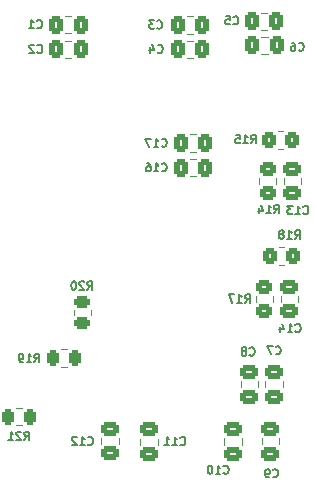
<source format=gbo>
G04 #@! TF.GenerationSoftware,KiCad,Pcbnew,(6.0.6)*
G04 #@! TF.CreationDate,2022-08-29T16:13:27+02:00*
G04 #@! TF.ProjectId,adc-fiber-interface-board-six-channels,6164632d-6669-4626-9572-2d696e746572,rev?*
G04 #@! TF.SameCoordinates,Original*
G04 #@! TF.FileFunction,Legend,Bot*
G04 #@! TF.FilePolarity,Positive*
%FSLAX46Y46*%
G04 Gerber Fmt 4.6, Leading zero omitted, Abs format (unit mm)*
G04 Created by KiCad (PCBNEW (6.0.6)) date 2022-08-29 16:13:27*
%MOMM*%
%LPD*%
G01*
G04 APERTURE LIST*
G04 Aperture macros list*
%AMRoundRect*
0 Rectangle with rounded corners*
0 $1 Rounding radius*
0 $2 $3 $4 $5 $6 $7 $8 $9 X,Y pos of 4 corners*
0 Add a 4 corners polygon primitive as box body*
4,1,4,$2,$3,$4,$5,$6,$7,$8,$9,$2,$3,0*
0 Add four circle primitives for the rounded corners*
1,1,$1+$1,$2,$3*
1,1,$1+$1,$4,$5*
1,1,$1+$1,$6,$7*
1,1,$1+$1,$8,$9*
0 Add four rect primitives between the rounded corners*
20,1,$1+$1,$2,$3,$4,$5,0*
20,1,$1+$1,$4,$5,$6,$7,0*
20,1,$1+$1,$6,$7,$8,$9,0*
20,1,$1+$1,$8,$9,$2,$3,0*%
G04 Aperture macros list end*
%ADD10C,0.150000*%
%ADD11C,0.120000*%
%ADD12C,1.515000*%
%ADD13R,1.700000X1.700000*%
%ADD14O,1.700000X1.700000*%
%ADD15C,3.200000*%
%ADD16RoundRect,0.250000X0.337500X0.475000X-0.337500X0.475000X-0.337500X-0.475000X0.337500X-0.475000X0*%
%ADD17RoundRect,0.250000X-0.475000X0.337500X-0.475000X-0.337500X0.475000X-0.337500X0.475000X0.337500X0*%
%ADD18RoundRect,0.250000X-0.262500X-0.450000X0.262500X-0.450000X0.262500X0.450000X-0.262500X0.450000X0*%
%ADD19RoundRect,0.250000X0.475000X-0.337500X0.475000X0.337500X-0.475000X0.337500X-0.475000X-0.337500X0*%
%ADD20RoundRect,0.250000X-0.337500X-0.475000X0.337500X-0.475000X0.337500X0.475000X-0.337500X0.475000X0*%
%ADD21RoundRect,0.250000X0.450000X-0.262500X0.450000X0.262500X-0.450000X0.262500X-0.450000X-0.262500X0*%
%ADD22RoundRect,0.250000X-0.350000X-0.450000X0.350000X-0.450000X0.350000X0.450000X-0.350000X0.450000X0*%
%ADD23RoundRect,0.250000X-0.450000X0.350000X-0.450000X-0.350000X0.450000X-0.350000X0.450000X0.350000X0*%
%ADD24RoundRect,0.250000X0.262500X0.450000X-0.262500X0.450000X-0.262500X-0.450000X0.262500X-0.450000X0*%
G04 APERTURE END LIST*
D10*
X117921866Y-43328400D02*
X117955200Y-43361733D01*
X118055200Y-43395066D01*
X118121866Y-43395066D01*
X118221866Y-43361733D01*
X118288533Y-43295066D01*
X118321866Y-43228400D01*
X118355200Y-43095066D01*
X118355200Y-42995066D01*
X118321866Y-42861733D01*
X118288533Y-42795066D01*
X118221866Y-42728400D01*
X118121866Y-42695066D01*
X118055200Y-42695066D01*
X117955200Y-42728400D01*
X117921866Y-42761733D01*
X117288533Y-42695066D02*
X117621866Y-42695066D01*
X117655200Y-43028400D01*
X117621866Y-42995066D01*
X117555200Y-42961733D01*
X117388533Y-42961733D01*
X117321866Y-42995066D01*
X117288533Y-43028400D01*
X117255200Y-43095066D01*
X117255200Y-43261733D01*
X117288533Y-43328400D01*
X117321866Y-43361733D01*
X117388533Y-43395066D01*
X117555200Y-43395066D01*
X117621866Y-43361733D01*
X117655200Y-43328400D01*
X117086800Y-81377600D02*
X117120133Y-81410933D01*
X117220133Y-81444266D01*
X117286800Y-81444266D01*
X117386800Y-81410933D01*
X117453466Y-81344266D01*
X117486800Y-81277600D01*
X117520133Y-81144266D01*
X117520133Y-81044266D01*
X117486800Y-80910933D01*
X117453466Y-80844266D01*
X117386800Y-80777600D01*
X117286800Y-80744266D01*
X117220133Y-80744266D01*
X117120133Y-80777600D01*
X117086800Y-80810933D01*
X116420133Y-81444266D02*
X116820133Y-81444266D01*
X116620133Y-81444266D02*
X116620133Y-80744266D01*
X116686800Y-80844266D01*
X116753466Y-80910933D01*
X116820133Y-80944266D01*
X115986800Y-80744266D02*
X115920133Y-80744266D01*
X115853466Y-80777600D01*
X115820133Y-80810933D01*
X115786800Y-80877600D01*
X115753466Y-81010933D01*
X115753466Y-81177600D01*
X115786800Y-81310933D01*
X115820133Y-81377600D01*
X115853466Y-81410933D01*
X115920133Y-81444266D01*
X115986800Y-81444266D01*
X116053466Y-81410933D01*
X116086800Y-81377600D01*
X116120133Y-81310933D01*
X116153466Y-81177600D01*
X116153466Y-81010933D01*
X116120133Y-80877600D01*
X116086800Y-80810933D01*
X116053466Y-80777600D01*
X115986800Y-80744266D01*
X100221200Y-78573066D02*
X100454533Y-78239733D01*
X100621200Y-78573066D02*
X100621200Y-77873066D01*
X100354533Y-77873066D01*
X100287866Y-77906400D01*
X100254533Y-77939733D01*
X100221200Y-78006400D01*
X100221200Y-78106400D01*
X100254533Y-78173066D01*
X100287866Y-78206400D01*
X100354533Y-78239733D01*
X100621200Y-78239733D01*
X99954533Y-77939733D02*
X99921200Y-77906400D01*
X99854533Y-77873066D01*
X99687866Y-77873066D01*
X99621200Y-77906400D01*
X99587866Y-77939733D01*
X99554533Y-78006400D01*
X99554533Y-78073066D01*
X99587866Y-78173066D01*
X99987866Y-78573066D01*
X99554533Y-78573066D01*
X98887866Y-78573066D02*
X99287866Y-78573066D01*
X99087866Y-78573066D02*
X99087866Y-77873066D01*
X99154533Y-77973066D01*
X99221200Y-78039733D01*
X99287866Y-78073066D01*
X101304766Y-43658600D02*
X101338100Y-43691933D01*
X101438100Y-43725266D01*
X101504766Y-43725266D01*
X101604766Y-43691933D01*
X101671433Y-43625266D01*
X101704766Y-43558600D01*
X101738100Y-43425266D01*
X101738100Y-43325266D01*
X101704766Y-43191933D01*
X101671433Y-43125266D01*
X101604766Y-43058600D01*
X101504766Y-43025266D01*
X101438100Y-43025266D01*
X101338100Y-43058600D01*
X101304766Y-43091933D01*
X100638100Y-43725266D02*
X101038100Y-43725266D01*
X100838100Y-43725266D02*
X100838100Y-43025266D01*
X100904766Y-43125266D01*
X100971433Y-43191933D01*
X101038100Y-43225266D01*
X111511666Y-45741400D02*
X111545000Y-45774733D01*
X111645000Y-45808066D01*
X111711666Y-45808066D01*
X111811666Y-45774733D01*
X111878333Y-45708066D01*
X111911666Y-45641400D01*
X111945000Y-45508066D01*
X111945000Y-45408066D01*
X111911666Y-45274733D01*
X111878333Y-45208066D01*
X111811666Y-45141400D01*
X111711666Y-45108066D01*
X111645000Y-45108066D01*
X111545000Y-45141400D01*
X111511666Y-45174733D01*
X110911666Y-45341400D02*
X110911666Y-45808066D01*
X111078333Y-45074733D02*
X111245000Y-45574733D01*
X110811666Y-45574733D01*
X113429200Y-78964600D02*
X113462533Y-78997933D01*
X113562533Y-79031266D01*
X113629200Y-79031266D01*
X113729200Y-78997933D01*
X113795866Y-78931266D01*
X113829200Y-78864600D01*
X113862533Y-78731266D01*
X113862533Y-78631266D01*
X113829200Y-78497933D01*
X113795866Y-78431266D01*
X113729200Y-78364600D01*
X113629200Y-78331266D01*
X113562533Y-78331266D01*
X113462533Y-78364600D01*
X113429200Y-78397933D01*
X112762533Y-79031266D02*
X113162533Y-79031266D01*
X112962533Y-79031266D02*
X112962533Y-78331266D01*
X113029200Y-78431266D01*
X113095866Y-78497933D01*
X113162533Y-78531266D01*
X112095866Y-79031266D02*
X112495866Y-79031266D01*
X112295866Y-79031266D02*
X112295866Y-78331266D01*
X112362533Y-78431266D01*
X112429200Y-78497933D01*
X112495866Y-78531266D01*
X111854400Y-55774400D02*
X111887733Y-55807733D01*
X111987733Y-55841066D01*
X112054400Y-55841066D01*
X112154400Y-55807733D01*
X112221066Y-55741066D01*
X112254400Y-55674400D01*
X112287733Y-55541066D01*
X112287733Y-55441066D01*
X112254400Y-55307733D01*
X112221066Y-55241066D01*
X112154400Y-55174400D01*
X112054400Y-55141066D01*
X111987733Y-55141066D01*
X111887733Y-55174400D01*
X111854400Y-55207733D01*
X111187733Y-55841066D02*
X111587733Y-55841066D01*
X111387733Y-55841066D02*
X111387733Y-55141066D01*
X111454400Y-55241066D01*
X111521066Y-55307733D01*
X111587733Y-55341066D01*
X110587733Y-55141066D02*
X110721066Y-55141066D01*
X110787733Y-55174400D01*
X110821066Y-55207733D01*
X110887733Y-55307733D01*
X110921066Y-55441066D01*
X110921066Y-55707733D01*
X110887733Y-55774400D01*
X110854400Y-55807733D01*
X110787733Y-55841066D01*
X110654400Y-55841066D01*
X110587733Y-55807733D01*
X110554400Y-55774400D01*
X110521066Y-55707733D01*
X110521066Y-55541066D01*
X110554400Y-55474400D01*
X110587733Y-55441066D01*
X110654400Y-55407733D01*
X110787733Y-55407733D01*
X110854400Y-55441066D01*
X110887733Y-55474400D01*
X110921066Y-55541066D01*
X101326266Y-45741400D02*
X101359600Y-45774733D01*
X101459600Y-45808066D01*
X101526266Y-45808066D01*
X101626266Y-45774733D01*
X101692933Y-45708066D01*
X101726266Y-45641400D01*
X101759600Y-45508066D01*
X101759600Y-45408066D01*
X101726266Y-45274733D01*
X101692933Y-45208066D01*
X101626266Y-45141400D01*
X101526266Y-45108066D01*
X101459600Y-45108066D01*
X101359600Y-45141400D01*
X101326266Y-45174733D01*
X101059600Y-45174733D02*
X101026266Y-45141400D01*
X100959600Y-45108066D01*
X100792933Y-45108066D01*
X100726266Y-45141400D01*
X100692933Y-45174733D01*
X100659600Y-45241400D01*
X100659600Y-45308066D01*
X100692933Y-45408066D01*
X101092933Y-45808066D01*
X100659600Y-45808066D01*
X105555200Y-65848666D02*
X105788533Y-65515333D01*
X105955200Y-65848666D02*
X105955200Y-65148666D01*
X105688533Y-65148666D01*
X105621866Y-65182000D01*
X105588533Y-65215333D01*
X105555200Y-65282000D01*
X105555200Y-65382000D01*
X105588533Y-65448666D01*
X105621866Y-65482000D01*
X105688533Y-65515333D01*
X105955200Y-65515333D01*
X105288533Y-65215333D02*
X105255200Y-65182000D01*
X105188533Y-65148666D01*
X105021866Y-65148666D01*
X104955200Y-65182000D01*
X104921866Y-65215333D01*
X104888533Y-65282000D01*
X104888533Y-65348666D01*
X104921866Y-65448666D01*
X105321866Y-65848666D01*
X104888533Y-65848666D01*
X104455200Y-65148666D02*
X104388533Y-65148666D01*
X104321866Y-65182000D01*
X104288533Y-65215333D01*
X104255200Y-65282000D01*
X104221866Y-65415333D01*
X104221866Y-65582000D01*
X104255200Y-65715333D01*
X104288533Y-65782000D01*
X104321866Y-65815333D01*
X104388533Y-65848666D01*
X104455200Y-65848666D01*
X104521866Y-65815333D01*
X104555200Y-65782000D01*
X104588533Y-65715333D01*
X104621866Y-65582000D01*
X104621866Y-65415333D01*
X104588533Y-65282000D01*
X104555200Y-65215333D01*
X104521866Y-65182000D01*
X104455200Y-65148666D01*
X121274666Y-81682400D02*
X121308000Y-81715733D01*
X121408000Y-81749066D01*
X121474666Y-81749066D01*
X121574666Y-81715733D01*
X121641333Y-81649066D01*
X121674666Y-81582400D01*
X121708000Y-81449066D01*
X121708000Y-81349066D01*
X121674666Y-81215733D01*
X121641333Y-81149066D01*
X121574666Y-81082400D01*
X121474666Y-81049066D01*
X121408000Y-81049066D01*
X121308000Y-81082400D01*
X121274666Y-81115733D01*
X120941333Y-81749066D02*
X120808000Y-81749066D01*
X120741333Y-81715733D01*
X120708000Y-81682400D01*
X120641333Y-81582400D01*
X120608000Y-81449066D01*
X120608000Y-81182400D01*
X120641333Y-81115733D01*
X120674666Y-81082400D01*
X120741333Y-81049066D01*
X120874666Y-81049066D01*
X120941333Y-81082400D01*
X120974666Y-81115733D01*
X121008000Y-81182400D01*
X121008000Y-81349066D01*
X120974666Y-81415733D01*
X120941333Y-81449066D01*
X120874666Y-81482400D01*
X120741333Y-81482400D01*
X120674666Y-81449066D01*
X120641333Y-81415733D01*
X120608000Y-81349066D01*
X111468666Y-43684000D02*
X111502000Y-43717333D01*
X111602000Y-43750666D01*
X111668666Y-43750666D01*
X111768666Y-43717333D01*
X111835333Y-43650666D01*
X111868666Y-43584000D01*
X111902000Y-43450666D01*
X111902000Y-43350666D01*
X111868666Y-43217333D01*
X111835333Y-43150666D01*
X111768666Y-43084000D01*
X111668666Y-43050666D01*
X111602000Y-43050666D01*
X111502000Y-43084000D01*
X111468666Y-43117333D01*
X111235333Y-43050666D02*
X110802000Y-43050666D01*
X111035333Y-43317333D01*
X110935333Y-43317333D01*
X110868666Y-43350666D01*
X110835333Y-43384000D01*
X110802000Y-43450666D01*
X110802000Y-43617333D01*
X110835333Y-43684000D01*
X110868666Y-43717333D01*
X110935333Y-43750666D01*
X111135333Y-43750666D01*
X111202000Y-43717333D01*
X111235333Y-43684000D01*
X123132000Y-61530666D02*
X123365333Y-61197333D01*
X123532000Y-61530666D02*
X123532000Y-60830666D01*
X123265333Y-60830666D01*
X123198666Y-60864000D01*
X123165333Y-60897333D01*
X123132000Y-60964000D01*
X123132000Y-61064000D01*
X123165333Y-61130666D01*
X123198666Y-61164000D01*
X123265333Y-61197333D01*
X123532000Y-61197333D01*
X122465333Y-61530666D02*
X122865333Y-61530666D01*
X122665333Y-61530666D02*
X122665333Y-60830666D01*
X122732000Y-60930666D01*
X122798666Y-60997333D01*
X122865333Y-61030666D01*
X122065333Y-61130666D02*
X122132000Y-61097333D01*
X122165333Y-61064000D01*
X122198666Y-60997333D01*
X122198666Y-60964000D01*
X122165333Y-60897333D01*
X122132000Y-60864000D01*
X122065333Y-60830666D01*
X121932000Y-60830666D01*
X121865333Y-60864000D01*
X121832000Y-60897333D01*
X121798666Y-60964000D01*
X121798666Y-60997333D01*
X121832000Y-61064000D01*
X121865333Y-61097333D01*
X121932000Y-61130666D01*
X122065333Y-61130666D01*
X122132000Y-61164000D01*
X122165333Y-61197333D01*
X122198666Y-61264000D01*
X122198666Y-61397333D01*
X122165333Y-61464000D01*
X122132000Y-61497333D01*
X122065333Y-61530666D01*
X121932000Y-61530666D01*
X121865333Y-61497333D01*
X121832000Y-61464000D01*
X121798666Y-61397333D01*
X121798666Y-61264000D01*
X121832000Y-61197333D01*
X121865333Y-61164000D01*
X121932000Y-61130666D01*
X121380800Y-59389666D02*
X121614133Y-59056333D01*
X121780800Y-59389666D02*
X121780800Y-58689666D01*
X121514133Y-58689666D01*
X121447466Y-58723000D01*
X121414133Y-58756333D01*
X121380800Y-58823000D01*
X121380800Y-58923000D01*
X121414133Y-58989666D01*
X121447466Y-59023000D01*
X121514133Y-59056333D01*
X121780800Y-59056333D01*
X120714133Y-59389666D02*
X121114133Y-59389666D01*
X120914133Y-59389666D02*
X120914133Y-58689666D01*
X120980800Y-58789666D01*
X121047466Y-58856333D01*
X121114133Y-58889666D01*
X120114133Y-58923000D02*
X120114133Y-59389666D01*
X120280800Y-58656333D02*
X120447466Y-59156333D01*
X120014133Y-59156333D01*
X119293466Y-71366100D02*
X119326800Y-71399433D01*
X119426800Y-71432766D01*
X119493466Y-71432766D01*
X119593466Y-71399433D01*
X119660133Y-71332766D01*
X119693466Y-71266100D01*
X119726800Y-71132766D01*
X119726800Y-71032766D01*
X119693466Y-70899433D01*
X119660133Y-70832766D01*
X119593466Y-70766100D01*
X119493466Y-70732766D01*
X119426800Y-70732766D01*
X119326800Y-70766100D01*
X119293466Y-70799433D01*
X118893466Y-71032766D02*
X118960133Y-70999433D01*
X118993466Y-70966100D01*
X119026800Y-70899433D01*
X119026800Y-70866100D01*
X118993466Y-70799433D01*
X118960133Y-70766100D01*
X118893466Y-70732766D01*
X118760133Y-70732766D01*
X118693466Y-70766100D01*
X118660133Y-70799433D01*
X118626800Y-70866100D01*
X118626800Y-70899433D01*
X118660133Y-70966100D01*
X118693466Y-70999433D01*
X118760133Y-71032766D01*
X118893466Y-71032766D01*
X118960133Y-71066100D01*
X118993466Y-71099433D01*
X119026800Y-71166100D01*
X119026800Y-71299433D01*
X118993466Y-71366100D01*
X118960133Y-71399433D01*
X118893466Y-71432766D01*
X118760133Y-71432766D01*
X118693466Y-71399433D01*
X118660133Y-71366100D01*
X118626800Y-71299433D01*
X118626800Y-71166100D01*
X118660133Y-71099433D01*
X118693466Y-71066100D01*
X118760133Y-71032766D01*
X119423600Y-53453466D02*
X119656933Y-53120133D01*
X119823600Y-53453466D02*
X119823600Y-52753466D01*
X119556933Y-52753466D01*
X119490266Y-52786800D01*
X119456933Y-52820133D01*
X119423600Y-52886800D01*
X119423600Y-52986800D01*
X119456933Y-53053466D01*
X119490266Y-53086800D01*
X119556933Y-53120133D01*
X119823600Y-53120133D01*
X118756933Y-53453466D02*
X119156933Y-53453466D01*
X118956933Y-53453466D02*
X118956933Y-52753466D01*
X119023600Y-52853466D01*
X119090266Y-52920133D01*
X119156933Y-52953466D01*
X118123600Y-52753466D02*
X118456933Y-52753466D01*
X118490266Y-53086800D01*
X118456933Y-53053466D01*
X118390266Y-53020133D01*
X118223600Y-53020133D01*
X118156933Y-53053466D01*
X118123600Y-53086800D01*
X118090266Y-53153466D01*
X118090266Y-53320133D01*
X118123600Y-53386800D01*
X118156933Y-53420133D01*
X118223600Y-53453466D01*
X118390266Y-53453466D01*
X118456933Y-53420133D01*
X118490266Y-53386800D01*
X111854400Y-53691600D02*
X111887733Y-53724933D01*
X111987733Y-53758266D01*
X112054400Y-53758266D01*
X112154400Y-53724933D01*
X112221066Y-53658266D01*
X112254400Y-53591600D01*
X112287733Y-53458266D01*
X112287733Y-53358266D01*
X112254400Y-53224933D01*
X112221066Y-53158266D01*
X112154400Y-53091600D01*
X112054400Y-53058266D01*
X111987733Y-53058266D01*
X111887733Y-53091600D01*
X111854400Y-53124933D01*
X111187733Y-53758266D02*
X111587733Y-53758266D01*
X111387733Y-53758266D02*
X111387733Y-53058266D01*
X111454400Y-53158266D01*
X111521066Y-53224933D01*
X111587733Y-53258266D01*
X110954400Y-53058266D02*
X110487733Y-53058266D01*
X110787733Y-53758266D01*
X121503266Y-71268400D02*
X121536600Y-71301733D01*
X121636600Y-71335066D01*
X121703266Y-71335066D01*
X121803266Y-71301733D01*
X121869933Y-71235066D01*
X121903266Y-71168400D01*
X121936600Y-71035066D01*
X121936600Y-70935066D01*
X121903266Y-70801733D01*
X121869933Y-70735066D01*
X121803266Y-70668400D01*
X121703266Y-70635066D01*
X121636600Y-70635066D01*
X121536600Y-70668400D01*
X121503266Y-70701733D01*
X121269933Y-70635066D02*
X120803266Y-70635066D01*
X121103266Y-71335066D01*
X123182800Y-69388800D02*
X123216133Y-69422133D01*
X123316133Y-69455466D01*
X123382800Y-69455466D01*
X123482800Y-69422133D01*
X123549466Y-69355466D01*
X123582800Y-69288800D01*
X123616133Y-69155466D01*
X123616133Y-69055466D01*
X123582800Y-68922133D01*
X123549466Y-68855466D01*
X123482800Y-68788800D01*
X123382800Y-68755466D01*
X123316133Y-68755466D01*
X123216133Y-68788800D01*
X123182800Y-68822133D01*
X122516133Y-69455466D02*
X122916133Y-69455466D01*
X122716133Y-69455466D02*
X122716133Y-68755466D01*
X122782800Y-68855466D01*
X122849466Y-68922133D01*
X122916133Y-68955466D01*
X121916133Y-68988800D02*
X121916133Y-69455466D01*
X122082800Y-68722133D02*
X122249466Y-69222133D01*
X121816133Y-69222133D01*
X123843200Y-59381200D02*
X123876533Y-59414533D01*
X123976533Y-59447866D01*
X124043200Y-59447866D01*
X124143200Y-59414533D01*
X124209866Y-59347866D01*
X124243200Y-59281200D01*
X124276533Y-59147866D01*
X124276533Y-59047866D01*
X124243200Y-58914533D01*
X124209866Y-58847866D01*
X124143200Y-58781200D01*
X124043200Y-58747866D01*
X123976533Y-58747866D01*
X123876533Y-58781200D01*
X123843200Y-58814533D01*
X123176533Y-59447866D02*
X123576533Y-59447866D01*
X123376533Y-59447866D02*
X123376533Y-58747866D01*
X123443200Y-58847866D01*
X123509866Y-58914533D01*
X123576533Y-58947866D01*
X122943200Y-58747866D02*
X122509866Y-58747866D01*
X122743200Y-59014533D01*
X122643200Y-59014533D01*
X122576533Y-59047866D01*
X122543200Y-59081200D01*
X122509866Y-59147866D01*
X122509866Y-59314533D01*
X122543200Y-59381200D01*
X122576533Y-59414533D01*
X122643200Y-59447866D01*
X122843200Y-59447866D01*
X122909866Y-59414533D01*
X122943200Y-59381200D01*
X123459066Y-45563600D02*
X123492400Y-45596933D01*
X123592400Y-45630266D01*
X123659066Y-45630266D01*
X123759066Y-45596933D01*
X123825733Y-45530266D01*
X123859066Y-45463600D01*
X123892400Y-45330266D01*
X123892400Y-45230266D01*
X123859066Y-45096933D01*
X123825733Y-45030266D01*
X123759066Y-44963600D01*
X123659066Y-44930266D01*
X123592400Y-44930266D01*
X123492400Y-44963600D01*
X123459066Y-44996933D01*
X122859066Y-44930266D02*
X122992400Y-44930266D01*
X123059066Y-44963600D01*
X123092400Y-44996933D01*
X123159066Y-45096933D01*
X123192400Y-45230266D01*
X123192400Y-45496933D01*
X123159066Y-45563600D01*
X123125733Y-45596933D01*
X123059066Y-45630266D01*
X122925733Y-45630266D01*
X122859066Y-45596933D01*
X122825733Y-45563600D01*
X122792400Y-45496933D01*
X122792400Y-45330266D01*
X122825733Y-45263600D01*
X122859066Y-45230266D01*
X122925733Y-45196933D01*
X123059066Y-45196933D01*
X123125733Y-45230266D01*
X123159066Y-45263600D01*
X123192400Y-45330266D01*
X105606000Y-78932600D02*
X105639333Y-78965933D01*
X105739333Y-78999266D01*
X105806000Y-78999266D01*
X105906000Y-78965933D01*
X105972666Y-78899266D01*
X106006000Y-78832600D01*
X106039333Y-78699266D01*
X106039333Y-78599266D01*
X106006000Y-78465933D01*
X105972666Y-78399266D01*
X105906000Y-78332600D01*
X105806000Y-78299266D01*
X105739333Y-78299266D01*
X105639333Y-78332600D01*
X105606000Y-78365933D01*
X104939333Y-78999266D02*
X105339333Y-78999266D01*
X105139333Y-78999266D02*
X105139333Y-78299266D01*
X105206000Y-78399266D01*
X105272666Y-78465933D01*
X105339333Y-78499266D01*
X104672666Y-78365933D02*
X104639333Y-78332600D01*
X104572666Y-78299266D01*
X104406000Y-78299266D01*
X104339333Y-78332600D01*
X104306000Y-78365933D01*
X104272666Y-78432600D01*
X104272666Y-78499266D01*
X104306000Y-78599266D01*
X104706000Y-78999266D01*
X104272666Y-78999266D01*
X118915600Y-66958866D02*
X119148933Y-66625533D01*
X119315600Y-66958866D02*
X119315600Y-66258866D01*
X119048933Y-66258866D01*
X118982266Y-66292200D01*
X118948933Y-66325533D01*
X118915600Y-66392200D01*
X118915600Y-66492200D01*
X118948933Y-66558866D01*
X118982266Y-66592200D01*
X119048933Y-66625533D01*
X119315600Y-66625533D01*
X118248933Y-66958866D02*
X118648933Y-66958866D01*
X118448933Y-66958866D02*
X118448933Y-66258866D01*
X118515600Y-66358866D01*
X118582266Y-66425533D01*
X118648933Y-66458866D01*
X118015600Y-66258866D02*
X117548933Y-66258866D01*
X117848933Y-66958866D01*
X101084800Y-71995466D02*
X101318133Y-71662133D01*
X101484800Y-71995466D02*
X101484800Y-71295466D01*
X101218133Y-71295466D01*
X101151466Y-71328800D01*
X101118133Y-71362133D01*
X101084800Y-71428800D01*
X101084800Y-71528800D01*
X101118133Y-71595466D01*
X101151466Y-71628800D01*
X101218133Y-71662133D01*
X101484800Y-71662133D01*
X100418133Y-71995466D02*
X100818133Y-71995466D01*
X100618133Y-71995466D02*
X100618133Y-71295466D01*
X100684800Y-71395466D01*
X100751466Y-71462133D01*
X100818133Y-71495466D01*
X100084800Y-71995466D02*
X99951466Y-71995466D01*
X99884800Y-71962133D01*
X99851466Y-71928800D01*
X99784800Y-71828800D01*
X99751466Y-71695466D01*
X99751466Y-71428800D01*
X99784800Y-71362133D01*
X99818133Y-71328800D01*
X99884800Y-71295466D01*
X100018133Y-71295466D01*
X100084800Y-71328800D01*
X100118133Y-71362133D01*
X100151466Y-71428800D01*
X100151466Y-71595466D01*
X100118133Y-71662133D01*
X100084800Y-71695466D01*
X100018133Y-71728800D01*
X99884800Y-71728800D01*
X99818133Y-71695466D01*
X99784800Y-71662133D01*
X99751466Y-71595466D01*
D11*
X120780352Y-43864200D02*
X120257848Y-43864200D01*
X120780352Y-42394200D02*
X120257848Y-42394200D01*
X117157900Y-78437348D02*
X117157900Y-78959852D01*
X118627900Y-78437348D02*
X118627900Y-78959852D01*
X99544136Y-77341400D02*
X99998264Y-77341400D01*
X99544136Y-75871400D02*
X99998264Y-75871400D01*
X104214052Y-42673600D02*
X103691548Y-42673600D01*
X104214052Y-44143600D02*
X103691548Y-44143600D01*
X114501052Y-44756400D02*
X113978548Y-44756400D01*
X114501052Y-46226400D02*
X113978548Y-46226400D01*
X110059800Y-78975852D02*
X110059800Y-78453348D01*
X111529800Y-78975852D02*
X111529800Y-78453348D01*
X114271248Y-56259400D02*
X114793752Y-56259400D01*
X114271248Y-54789400D02*
X114793752Y-54789400D01*
X104214052Y-44756400D02*
X103691548Y-44756400D01*
X104214052Y-46226400D02*
X103691548Y-46226400D01*
X104421000Y-67994264D02*
X104421000Y-67540136D01*
X105891000Y-67994264D02*
X105891000Y-67540136D01*
X120321400Y-78950452D02*
X120321400Y-78427948D01*
X121791400Y-78950452D02*
X121791400Y-78427948D01*
X114508852Y-44169000D02*
X113986348Y-44169000D01*
X114508852Y-42699000D02*
X113986348Y-42699000D01*
X121794536Y-63745000D02*
X122248664Y-63745000D01*
X121794536Y-62275000D02*
X122248664Y-62275000D01*
X121564200Y-56432936D02*
X121564200Y-56887064D01*
X120094200Y-56432936D02*
X120094200Y-56887064D01*
X120013400Y-74120552D02*
X120013400Y-73598048D01*
X118543400Y-74120552D02*
X118543400Y-73598048D01*
X121692936Y-52452600D02*
X122147064Y-52452600D01*
X121692936Y-53922600D02*
X122147064Y-53922600D01*
X114241948Y-54176600D02*
X114764452Y-54176600D01*
X114241948Y-52706600D02*
X114764452Y-52706600D01*
X120626200Y-74124452D02*
X120626200Y-73601948D01*
X122096200Y-74124452D02*
X122096200Y-73601948D01*
X123393000Y-66380948D02*
X123393000Y-66903452D01*
X121923000Y-66380948D02*
X121923000Y-66903452D01*
X122202400Y-56398748D02*
X122202400Y-56921252D01*
X123672400Y-56398748D02*
X123672400Y-56921252D01*
X120831152Y-44426200D02*
X120308648Y-44426200D01*
X120831152Y-45896200D02*
X120308648Y-45896200D01*
X108227800Y-78421348D02*
X108227800Y-78943852D01*
X106757800Y-78421348D02*
X106757800Y-78943852D01*
X119814800Y-66415136D02*
X119814800Y-66869264D01*
X121284800Y-66415136D02*
X121284800Y-66869264D01*
X103808264Y-70893000D02*
X103354136Y-70893000D01*
X103808264Y-72363000D02*
X103354136Y-72363000D01*
%LPC*%
D12*
X125349000Y-62941200D03*
X125349000Y-65481200D03*
X125349000Y-68021200D03*
X125349000Y-70561200D03*
X132969000Y-70561200D03*
X132969000Y-62941200D03*
X125349000Y-52781200D03*
X125349000Y-55321200D03*
X125349000Y-57861200D03*
X125349000Y-60401200D03*
X132969000Y-60401200D03*
X132969000Y-52781200D03*
X103274400Y-39219000D03*
X105814400Y-39219000D03*
X108354400Y-39219000D03*
X110894400Y-39219000D03*
X110894400Y-31599000D03*
X103274400Y-31599000D03*
X125349000Y-73101200D03*
X125349000Y-75641200D03*
X125349000Y-78181200D03*
X125349000Y-80721200D03*
X132969000Y-80721200D03*
X132969000Y-73101200D03*
D13*
X102830400Y-69123800D03*
D14*
X100290400Y-69123800D03*
X102830400Y-66583800D03*
X100290400Y-66583800D03*
X102830400Y-64043800D03*
X100290400Y-64043800D03*
X102830400Y-61503800D03*
X100290400Y-61503800D03*
X102830400Y-58963800D03*
X100290400Y-58963800D03*
X102830400Y-56423800D03*
X100290400Y-56423800D03*
X102830400Y-53883800D03*
X100290400Y-53883800D03*
X102830400Y-51343800D03*
X100290400Y-51343800D03*
D12*
X120988800Y-83539200D03*
X118448800Y-83539200D03*
X115908800Y-83539200D03*
X113368800Y-83539200D03*
X113368800Y-91159200D03*
X120988800Y-91159200D03*
D15*
X130962400Y-33578800D03*
D12*
X125349000Y-42621200D03*
X125349000Y-45161200D03*
X125349000Y-47701200D03*
X125349000Y-50241200D03*
X132969000Y-50241200D03*
X132969000Y-42621200D03*
D15*
X130987800Y-89204800D03*
D12*
X113434400Y-39219000D03*
X115974400Y-39219000D03*
X118514400Y-39219000D03*
X121054400Y-39219000D03*
X121054400Y-31599000D03*
X113434400Y-31599000D03*
X110820200Y-83539200D03*
X108280200Y-83539200D03*
X105740200Y-83539200D03*
X103200200Y-83539200D03*
X103200200Y-91159200D03*
X110820200Y-91159200D03*
D16*
X121556600Y-43129200D03*
X119481600Y-43129200D03*
D17*
X117892900Y-77661100D03*
X117892900Y-79736100D03*
D18*
X98858700Y-76606400D03*
X100683700Y-76606400D03*
D16*
X104990300Y-43408600D03*
X102915300Y-43408600D03*
X115277300Y-45491400D03*
X113202300Y-45491400D03*
D19*
X110794800Y-79752100D03*
X110794800Y-77677100D03*
D20*
X113495000Y-55524400D03*
X115570000Y-55524400D03*
D16*
X104990300Y-45491400D03*
X102915300Y-45491400D03*
D21*
X105156000Y-68679700D03*
X105156000Y-66854700D03*
D19*
X121056400Y-79726700D03*
X121056400Y-77651700D03*
D16*
X115285100Y-43434000D03*
X113210100Y-43434000D03*
D22*
X121021600Y-63010000D03*
X123021600Y-63010000D03*
D23*
X120829200Y-55660000D03*
X120829200Y-57660000D03*
D19*
X119278400Y-74896800D03*
X119278400Y-72821800D03*
D22*
X120920000Y-53187600D03*
X122920000Y-53187600D03*
D20*
X113465700Y-53441600D03*
X115540700Y-53441600D03*
D19*
X121361200Y-74900700D03*
X121361200Y-72825700D03*
D17*
X122658000Y-65604700D03*
X122658000Y-67679700D03*
X122937400Y-55622500D03*
X122937400Y-57697500D03*
D16*
X121607400Y-45161200D03*
X119532400Y-45161200D03*
D17*
X107492800Y-77645100D03*
X107492800Y-79720100D03*
D23*
X120549800Y-65642200D03*
X120549800Y-67642200D03*
D24*
X104493700Y-71628000D03*
X102668700Y-71628000D03*
M02*

</source>
